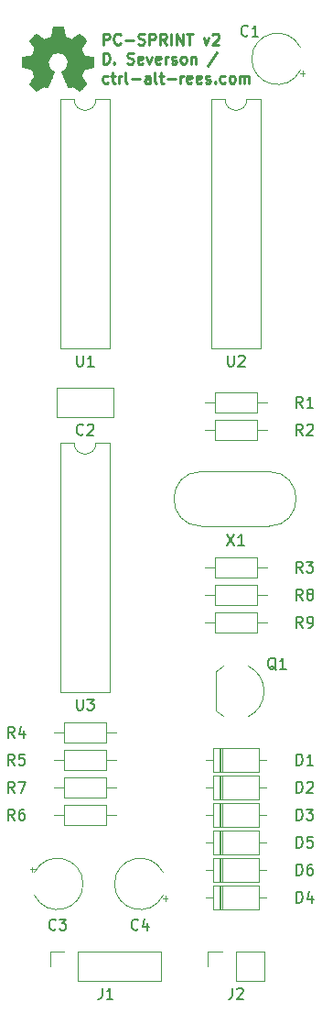
<source format=gbr>
G04 #@! TF.GenerationSoftware,KiCad,Pcbnew,(5.1.5)-3*
G04 #@! TF.CreationDate,2020-03-10T17:09:28+00:00*
G04 #@! TF.ProjectId,PC-SPRINT,50432d53-5052-4494-9e54-2e6b69636164,rev?*
G04 #@! TF.SameCoordinates,Original*
G04 #@! TF.FileFunction,Legend,Top*
G04 #@! TF.FilePolarity,Positive*
%FSLAX46Y46*%
G04 Gerber Fmt 4.6, Leading zero omitted, Abs format (unit mm)*
G04 Created by KiCad (PCBNEW (5.1.5)-3) date 2020-03-10 17:09:28*
%MOMM*%
%LPD*%
G04 APERTURE LIST*
%ADD10C,0.254000*%
%ADD11C,0.010000*%
%ADD12C,0.120000*%
%ADD13C,0.150000*%
G04 APERTURE END LIST*
D10*
X140107004Y-55831619D02*
X140107004Y-54815619D01*
X140494052Y-54815619D01*
X140590814Y-54864000D01*
X140639195Y-54912380D01*
X140687576Y-55009142D01*
X140687576Y-55154285D01*
X140639195Y-55251047D01*
X140590814Y-55299428D01*
X140494052Y-55347809D01*
X140107004Y-55347809D01*
X141703576Y-55734857D02*
X141655195Y-55783238D01*
X141510052Y-55831619D01*
X141413290Y-55831619D01*
X141268147Y-55783238D01*
X141171385Y-55686476D01*
X141123004Y-55589714D01*
X141074623Y-55396190D01*
X141074623Y-55251047D01*
X141123004Y-55057523D01*
X141171385Y-54960761D01*
X141268147Y-54864000D01*
X141413290Y-54815619D01*
X141510052Y-54815619D01*
X141655195Y-54864000D01*
X141703576Y-54912380D01*
X142139004Y-55444571D02*
X142913100Y-55444571D01*
X143348528Y-55783238D02*
X143493671Y-55831619D01*
X143735576Y-55831619D01*
X143832338Y-55783238D01*
X143880719Y-55734857D01*
X143929100Y-55638095D01*
X143929100Y-55541333D01*
X143880719Y-55444571D01*
X143832338Y-55396190D01*
X143735576Y-55347809D01*
X143542052Y-55299428D01*
X143445290Y-55251047D01*
X143396909Y-55202666D01*
X143348528Y-55105904D01*
X143348528Y-55009142D01*
X143396909Y-54912380D01*
X143445290Y-54864000D01*
X143542052Y-54815619D01*
X143783957Y-54815619D01*
X143929100Y-54864000D01*
X144364528Y-55831619D02*
X144364528Y-54815619D01*
X144751576Y-54815619D01*
X144848338Y-54864000D01*
X144896719Y-54912380D01*
X144945100Y-55009142D01*
X144945100Y-55154285D01*
X144896719Y-55251047D01*
X144848338Y-55299428D01*
X144751576Y-55347809D01*
X144364528Y-55347809D01*
X145961100Y-55831619D02*
X145622433Y-55347809D01*
X145380528Y-55831619D02*
X145380528Y-54815619D01*
X145767576Y-54815619D01*
X145864338Y-54864000D01*
X145912719Y-54912380D01*
X145961100Y-55009142D01*
X145961100Y-55154285D01*
X145912719Y-55251047D01*
X145864338Y-55299428D01*
X145767576Y-55347809D01*
X145380528Y-55347809D01*
X146396528Y-55831619D02*
X146396528Y-54815619D01*
X146880338Y-55831619D02*
X146880338Y-54815619D01*
X147460909Y-55831619D01*
X147460909Y-54815619D01*
X147799576Y-54815619D02*
X148380147Y-54815619D01*
X148089861Y-55831619D02*
X148089861Y-54815619D01*
X149396147Y-55154285D02*
X149638052Y-55831619D01*
X149879957Y-55154285D01*
X150218623Y-54912380D02*
X150267004Y-54864000D01*
X150363766Y-54815619D01*
X150605671Y-54815619D01*
X150702433Y-54864000D01*
X150750814Y-54912380D01*
X150799195Y-55009142D01*
X150799195Y-55105904D01*
X150750814Y-55251047D01*
X150170242Y-55831619D01*
X150799195Y-55831619D01*
X140107004Y-57609619D02*
X140107004Y-56593619D01*
X140348909Y-56593619D01*
X140494052Y-56642000D01*
X140590814Y-56738761D01*
X140639195Y-56835523D01*
X140687576Y-57029047D01*
X140687576Y-57174190D01*
X140639195Y-57367714D01*
X140590814Y-57464476D01*
X140494052Y-57561238D01*
X140348909Y-57609619D01*
X140107004Y-57609619D01*
X141123004Y-57512857D02*
X141171385Y-57561238D01*
X141123004Y-57609619D01*
X141074623Y-57561238D01*
X141123004Y-57512857D01*
X141123004Y-57609619D01*
X142332528Y-57561238D02*
X142477671Y-57609619D01*
X142719576Y-57609619D01*
X142816338Y-57561238D01*
X142864719Y-57512857D01*
X142913100Y-57416095D01*
X142913100Y-57319333D01*
X142864719Y-57222571D01*
X142816338Y-57174190D01*
X142719576Y-57125809D01*
X142526052Y-57077428D01*
X142429290Y-57029047D01*
X142380909Y-56980666D01*
X142332528Y-56883904D01*
X142332528Y-56787142D01*
X142380909Y-56690380D01*
X142429290Y-56642000D01*
X142526052Y-56593619D01*
X142767957Y-56593619D01*
X142913100Y-56642000D01*
X143735576Y-57561238D02*
X143638814Y-57609619D01*
X143445290Y-57609619D01*
X143348528Y-57561238D01*
X143300147Y-57464476D01*
X143300147Y-57077428D01*
X143348528Y-56980666D01*
X143445290Y-56932285D01*
X143638814Y-56932285D01*
X143735576Y-56980666D01*
X143783957Y-57077428D01*
X143783957Y-57174190D01*
X143300147Y-57270952D01*
X144122623Y-56932285D02*
X144364528Y-57609619D01*
X144606433Y-56932285D01*
X145380528Y-57561238D02*
X145283766Y-57609619D01*
X145090242Y-57609619D01*
X144993480Y-57561238D01*
X144945100Y-57464476D01*
X144945100Y-57077428D01*
X144993480Y-56980666D01*
X145090242Y-56932285D01*
X145283766Y-56932285D01*
X145380528Y-56980666D01*
X145428909Y-57077428D01*
X145428909Y-57174190D01*
X144945100Y-57270952D01*
X145864338Y-57609619D02*
X145864338Y-56932285D01*
X145864338Y-57125809D02*
X145912719Y-57029047D01*
X145961100Y-56980666D01*
X146057861Y-56932285D01*
X146154623Y-56932285D01*
X146444909Y-57561238D02*
X146541671Y-57609619D01*
X146735195Y-57609619D01*
X146831957Y-57561238D01*
X146880338Y-57464476D01*
X146880338Y-57416095D01*
X146831957Y-57319333D01*
X146735195Y-57270952D01*
X146590052Y-57270952D01*
X146493290Y-57222571D01*
X146444909Y-57125809D01*
X146444909Y-57077428D01*
X146493290Y-56980666D01*
X146590052Y-56932285D01*
X146735195Y-56932285D01*
X146831957Y-56980666D01*
X147460909Y-57609619D02*
X147364147Y-57561238D01*
X147315766Y-57512857D01*
X147267385Y-57416095D01*
X147267385Y-57125809D01*
X147315766Y-57029047D01*
X147364147Y-56980666D01*
X147460909Y-56932285D01*
X147606052Y-56932285D01*
X147702814Y-56980666D01*
X147751195Y-57029047D01*
X147799576Y-57125809D01*
X147799576Y-57416095D01*
X147751195Y-57512857D01*
X147702814Y-57561238D01*
X147606052Y-57609619D01*
X147460909Y-57609619D01*
X148235004Y-56932285D02*
X148235004Y-57609619D01*
X148235004Y-57029047D02*
X148283385Y-56980666D01*
X148380147Y-56932285D01*
X148525290Y-56932285D01*
X148622052Y-56980666D01*
X148670433Y-57077428D01*
X148670433Y-57609619D01*
X150654052Y-56545238D02*
X149783195Y-57851523D01*
X140542433Y-59339238D02*
X140445671Y-59387619D01*
X140252147Y-59387619D01*
X140155385Y-59339238D01*
X140107004Y-59290857D01*
X140058623Y-59194095D01*
X140058623Y-58903809D01*
X140107004Y-58807047D01*
X140155385Y-58758666D01*
X140252147Y-58710285D01*
X140445671Y-58710285D01*
X140542433Y-58758666D01*
X140832719Y-58710285D02*
X141219766Y-58710285D01*
X140977861Y-58371619D02*
X140977861Y-59242476D01*
X141026242Y-59339238D01*
X141123004Y-59387619D01*
X141219766Y-59387619D01*
X141558433Y-59387619D02*
X141558433Y-58710285D01*
X141558433Y-58903809D02*
X141606814Y-58807047D01*
X141655195Y-58758666D01*
X141751957Y-58710285D01*
X141848719Y-58710285D01*
X142332528Y-59387619D02*
X142235766Y-59339238D01*
X142187385Y-59242476D01*
X142187385Y-58371619D01*
X142719576Y-59000571D02*
X143493671Y-59000571D01*
X144412909Y-59387619D02*
X144412909Y-58855428D01*
X144364528Y-58758666D01*
X144267766Y-58710285D01*
X144074242Y-58710285D01*
X143977480Y-58758666D01*
X144412909Y-59339238D02*
X144316147Y-59387619D01*
X144074242Y-59387619D01*
X143977480Y-59339238D01*
X143929100Y-59242476D01*
X143929100Y-59145714D01*
X143977480Y-59048952D01*
X144074242Y-59000571D01*
X144316147Y-59000571D01*
X144412909Y-58952190D01*
X145041861Y-59387619D02*
X144945100Y-59339238D01*
X144896719Y-59242476D01*
X144896719Y-58371619D01*
X145283766Y-58710285D02*
X145670814Y-58710285D01*
X145428909Y-58371619D02*
X145428909Y-59242476D01*
X145477290Y-59339238D01*
X145574052Y-59387619D01*
X145670814Y-59387619D01*
X146009480Y-59000571D02*
X146783576Y-59000571D01*
X147267385Y-59387619D02*
X147267385Y-58710285D01*
X147267385Y-58903809D02*
X147315766Y-58807047D01*
X147364147Y-58758666D01*
X147460909Y-58710285D01*
X147557671Y-58710285D01*
X148283385Y-59339238D02*
X148186623Y-59387619D01*
X147993100Y-59387619D01*
X147896338Y-59339238D01*
X147847957Y-59242476D01*
X147847957Y-58855428D01*
X147896338Y-58758666D01*
X147993100Y-58710285D01*
X148186623Y-58710285D01*
X148283385Y-58758666D01*
X148331766Y-58855428D01*
X148331766Y-58952190D01*
X147847957Y-59048952D01*
X149154242Y-59339238D02*
X149057480Y-59387619D01*
X148863957Y-59387619D01*
X148767195Y-59339238D01*
X148718814Y-59242476D01*
X148718814Y-58855428D01*
X148767195Y-58758666D01*
X148863957Y-58710285D01*
X149057480Y-58710285D01*
X149154242Y-58758666D01*
X149202623Y-58855428D01*
X149202623Y-58952190D01*
X148718814Y-59048952D01*
X149589671Y-59339238D02*
X149686433Y-59387619D01*
X149879957Y-59387619D01*
X149976719Y-59339238D01*
X150025100Y-59242476D01*
X150025100Y-59194095D01*
X149976719Y-59097333D01*
X149879957Y-59048952D01*
X149734814Y-59048952D01*
X149638052Y-59000571D01*
X149589671Y-58903809D01*
X149589671Y-58855428D01*
X149638052Y-58758666D01*
X149734814Y-58710285D01*
X149879957Y-58710285D01*
X149976719Y-58758666D01*
X150460528Y-59290857D02*
X150508909Y-59339238D01*
X150460528Y-59387619D01*
X150412147Y-59339238D01*
X150460528Y-59290857D01*
X150460528Y-59387619D01*
X151379766Y-59339238D02*
X151283004Y-59387619D01*
X151089480Y-59387619D01*
X150992719Y-59339238D01*
X150944338Y-59290857D01*
X150895957Y-59194095D01*
X150895957Y-58903809D01*
X150944338Y-58807047D01*
X150992719Y-58758666D01*
X151089480Y-58710285D01*
X151283004Y-58710285D01*
X151379766Y-58758666D01*
X151960338Y-59387619D02*
X151863576Y-59339238D01*
X151815195Y-59290857D01*
X151766814Y-59194095D01*
X151766814Y-58903809D01*
X151815195Y-58807047D01*
X151863576Y-58758666D01*
X151960338Y-58710285D01*
X152105480Y-58710285D01*
X152202242Y-58758666D01*
X152250623Y-58807047D01*
X152299004Y-58903809D01*
X152299004Y-59194095D01*
X152250623Y-59290857D01*
X152202242Y-59339238D01*
X152105480Y-59387619D01*
X151960338Y-59387619D01*
X152734433Y-59387619D02*
X152734433Y-58710285D01*
X152734433Y-58807047D02*
X152782814Y-58758666D01*
X152879576Y-58710285D01*
X153024719Y-58710285D01*
X153121480Y-58758666D01*
X153169861Y-58855428D01*
X153169861Y-59387619D01*
X153169861Y-58855428D02*
X153218242Y-58758666D01*
X153315004Y-58710285D01*
X153460147Y-58710285D01*
X153556909Y-58758666D01*
X153605290Y-58855428D01*
X153605290Y-59387619D01*
D11*
G36*
X136445814Y-54618931D02*
G01*
X136529635Y-55063555D01*
X136838920Y-55191053D01*
X137148206Y-55318551D01*
X137519246Y-55066246D01*
X137623157Y-54995996D01*
X137717087Y-54933272D01*
X137796652Y-54880938D01*
X137857470Y-54841857D01*
X137895157Y-54818893D01*
X137905421Y-54813942D01*
X137923910Y-54826676D01*
X137963420Y-54861882D01*
X138019522Y-54915062D01*
X138087787Y-54981718D01*
X138163786Y-55057354D01*
X138243092Y-55137472D01*
X138321275Y-55217574D01*
X138393907Y-55293164D01*
X138456559Y-55359745D01*
X138504803Y-55412818D01*
X138534210Y-55447887D01*
X138541241Y-55459623D01*
X138531123Y-55481260D01*
X138502759Y-55528662D01*
X138459129Y-55597193D01*
X138403218Y-55682215D01*
X138338006Y-55779093D01*
X138300219Y-55834350D01*
X138231343Y-55935248D01*
X138170140Y-56026299D01*
X138119578Y-56102970D01*
X138082628Y-56160728D01*
X138062258Y-56195043D01*
X138059197Y-56202254D01*
X138066136Y-56222748D01*
X138085051Y-56270513D01*
X138113087Y-56338832D01*
X138147391Y-56420989D01*
X138185109Y-56510270D01*
X138223387Y-56599958D01*
X138259370Y-56683338D01*
X138290206Y-56753694D01*
X138313039Y-56804310D01*
X138325017Y-56828471D01*
X138325724Y-56829422D01*
X138344531Y-56834036D01*
X138394618Y-56844328D01*
X138470793Y-56859287D01*
X138567865Y-56877901D01*
X138680643Y-56899159D01*
X138746442Y-56911418D01*
X138866950Y-56934362D01*
X138975797Y-56956195D01*
X139067476Y-56975722D01*
X139136481Y-56991748D01*
X139177304Y-57003079D01*
X139185511Y-57006674D01*
X139193548Y-57031006D01*
X139200033Y-57085959D01*
X139204970Y-57165108D01*
X139208364Y-57262026D01*
X139210218Y-57370287D01*
X139210538Y-57483465D01*
X139209327Y-57595135D01*
X139206590Y-57698868D01*
X139202331Y-57788241D01*
X139196555Y-57856826D01*
X139189267Y-57898197D01*
X139184895Y-57906810D01*
X139158764Y-57917133D01*
X139103393Y-57931892D01*
X139026107Y-57949352D01*
X138934230Y-57967780D01*
X138902158Y-57973741D01*
X138747524Y-58002066D01*
X138625375Y-58024876D01*
X138531673Y-58043080D01*
X138462384Y-58057583D01*
X138413471Y-58069292D01*
X138380897Y-58079115D01*
X138360628Y-58087956D01*
X138348626Y-58096724D01*
X138346947Y-58098457D01*
X138330184Y-58126371D01*
X138304614Y-58180695D01*
X138272788Y-58254777D01*
X138237260Y-58341965D01*
X138200583Y-58435608D01*
X138165311Y-58529052D01*
X138133996Y-58615647D01*
X138109193Y-58688740D01*
X138093454Y-58741678D01*
X138089332Y-58767811D01*
X138089676Y-58768726D01*
X138103641Y-58790086D01*
X138135322Y-58837084D01*
X138181391Y-58904827D01*
X138238518Y-58988423D01*
X138303373Y-59082982D01*
X138321843Y-59109854D01*
X138387699Y-59207275D01*
X138445650Y-59296163D01*
X138492538Y-59371412D01*
X138525207Y-59427920D01*
X138540500Y-59460581D01*
X138541241Y-59464593D01*
X138528392Y-59485684D01*
X138492888Y-59527464D01*
X138439293Y-59585445D01*
X138372171Y-59655135D01*
X138296087Y-59732045D01*
X138215604Y-59811683D01*
X138135287Y-59889561D01*
X138059699Y-59961186D01*
X137993405Y-60022070D01*
X137940969Y-60067721D01*
X137906955Y-60093650D01*
X137897545Y-60097883D01*
X137875643Y-60087912D01*
X137830800Y-60061020D01*
X137770321Y-60021736D01*
X137723789Y-59990117D01*
X137639475Y-59932098D01*
X137539626Y-59863784D01*
X137439473Y-59795579D01*
X137385627Y-59759075D01*
X137203371Y-59635800D01*
X137050381Y-59718520D01*
X136980682Y-59754759D01*
X136921414Y-59782926D01*
X136881311Y-59798991D01*
X136871103Y-59801226D01*
X136858829Y-59784722D01*
X136834613Y-59738082D01*
X136800263Y-59665609D01*
X136757588Y-59571606D01*
X136708394Y-59460374D01*
X136654490Y-59336215D01*
X136597684Y-59203432D01*
X136539782Y-59066327D01*
X136482593Y-58929202D01*
X136427924Y-58796358D01*
X136377584Y-58672098D01*
X136333380Y-58560725D01*
X136297119Y-58466539D01*
X136270609Y-58393844D01*
X136255658Y-58346941D01*
X136253254Y-58330833D01*
X136272311Y-58310286D01*
X136314036Y-58276933D01*
X136369706Y-58237702D01*
X136374378Y-58234599D01*
X136518264Y-58119423D01*
X136634283Y-57985053D01*
X136721430Y-57835784D01*
X136778699Y-57675913D01*
X136805086Y-57509737D01*
X136799585Y-57341552D01*
X136761190Y-57175655D01*
X136688895Y-57016342D01*
X136667626Y-56981487D01*
X136556996Y-56840737D01*
X136426302Y-56727714D01*
X136280064Y-56643003D01*
X136122808Y-56587194D01*
X135959057Y-56560874D01*
X135793333Y-56564630D01*
X135630162Y-56599050D01*
X135474065Y-56664723D01*
X135329567Y-56762235D01*
X135284869Y-56801813D01*
X135171112Y-56925703D01*
X135088218Y-57056124D01*
X135031356Y-57202315D01*
X134999687Y-57347088D01*
X134991869Y-57509860D01*
X135017938Y-57673440D01*
X135075245Y-57832298D01*
X135161144Y-57980906D01*
X135272986Y-58113735D01*
X135408123Y-58225256D01*
X135425883Y-58237011D01*
X135482150Y-58275508D01*
X135524923Y-58308863D01*
X135545372Y-58330160D01*
X135545669Y-58330833D01*
X135541279Y-58353871D01*
X135523876Y-58406157D01*
X135495268Y-58483390D01*
X135457265Y-58581268D01*
X135411674Y-58695491D01*
X135360303Y-58821758D01*
X135304962Y-58955767D01*
X135247458Y-59093218D01*
X135189601Y-59229808D01*
X135133198Y-59361237D01*
X135080058Y-59483205D01*
X135031990Y-59591409D01*
X134990801Y-59681549D01*
X134958301Y-59749323D01*
X134936297Y-59790430D01*
X134927436Y-59801226D01*
X134900360Y-59792819D01*
X134849697Y-59770272D01*
X134784183Y-59737613D01*
X134748159Y-59718520D01*
X134595168Y-59635800D01*
X134412912Y-59759075D01*
X134319875Y-59822228D01*
X134218015Y-59891727D01*
X134122562Y-59957165D01*
X134074750Y-59990117D01*
X134007505Y-60035273D01*
X133950564Y-60071057D01*
X133911354Y-60092938D01*
X133898619Y-60097563D01*
X133880083Y-60085085D01*
X133839059Y-60050252D01*
X133779525Y-59996678D01*
X133705458Y-59927983D01*
X133620835Y-59847781D01*
X133567315Y-59796286D01*
X133473681Y-59704286D01*
X133392759Y-59621999D01*
X133327823Y-59552945D01*
X133282142Y-59500644D01*
X133258989Y-59468616D01*
X133256768Y-59462116D01*
X133267076Y-59437394D01*
X133295561Y-59387405D01*
X133339063Y-59317212D01*
X133394423Y-59231875D01*
X133458480Y-59136456D01*
X133476697Y-59109854D01*
X133543073Y-59013167D01*
X133602622Y-58926117D01*
X133652016Y-58853595D01*
X133687925Y-58800493D01*
X133707019Y-58771703D01*
X133708864Y-58768726D01*
X133706105Y-58745782D01*
X133691462Y-58695336D01*
X133667487Y-58624041D01*
X133636734Y-58538547D01*
X133601756Y-58445507D01*
X133565107Y-58351574D01*
X133529339Y-58263399D01*
X133497006Y-58187634D01*
X133470662Y-58130931D01*
X133452858Y-58099943D01*
X133451593Y-58098457D01*
X133440706Y-58089601D01*
X133422318Y-58080843D01*
X133392394Y-58071277D01*
X133346897Y-58059996D01*
X133281791Y-58046093D01*
X133193039Y-58028663D01*
X133076607Y-58006798D01*
X132928458Y-57979591D01*
X132896382Y-57973741D01*
X132801314Y-57955374D01*
X132718435Y-57937405D01*
X132655070Y-57921569D01*
X132618542Y-57909600D01*
X132613644Y-57906810D01*
X132605573Y-57882072D01*
X132599013Y-57826790D01*
X132593967Y-57747389D01*
X132590441Y-57650296D01*
X132588439Y-57541938D01*
X132587964Y-57428740D01*
X132589023Y-57317128D01*
X132591618Y-57213529D01*
X132595754Y-57124368D01*
X132601437Y-57056072D01*
X132608669Y-57015066D01*
X132613029Y-57006674D01*
X132637302Y-56998208D01*
X132692574Y-56984435D01*
X132773338Y-56966550D01*
X132874088Y-56945748D01*
X132989317Y-56923223D01*
X133052098Y-56911418D01*
X133171213Y-56889151D01*
X133277435Y-56868979D01*
X133365573Y-56851915D01*
X133430434Y-56838969D01*
X133466826Y-56831155D01*
X133472816Y-56829422D01*
X133482939Y-56809890D01*
X133504338Y-56762843D01*
X133534161Y-56695003D01*
X133569555Y-56613091D01*
X133607668Y-56523828D01*
X133645647Y-56433935D01*
X133680640Y-56350135D01*
X133709794Y-56279147D01*
X133730257Y-56227694D01*
X133739177Y-56202497D01*
X133739343Y-56201396D01*
X133729231Y-56181519D01*
X133700883Y-56135777D01*
X133657277Y-56068717D01*
X133601394Y-55984884D01*
X133536213Y-55888826D01*
X133498321Y-55833650D01*
X133429275Y-55732481D01*
X133367950Y-55640630D01*
X133317337Y-55562744D01*
X133280429Y-55503469D01*
X133260218Y-55467451D01*
X133257299Y-55459377D01*
X133269847Y-55440584D01*
X133304537Y-55400457D01*
X133356937Y-55343493D01*
X133422616Y-55274185D01*
X133497144Y-55197031D01*
X133576087Y-55116525D01*
X133655017Y-55037163D01*
X133729500Y-54963440D01*
X133795106Y-54899852D01*
X133847404Y-54850894D01*
X133881961Y-54821061D01*
X133893522Y-54813942D01*
X133912346Y-54823953D01*
X133957369Y-54852078D01*
X134024213Y-54895454D01*
X134108501Y-54951218D01*
X134205856Y-55016506D01*
X134279293Y-55066246D01*
X134650333Y-55318551D01*
X135268905Y-55063555D01*
X135352725Y-54618931D01*
X135436546Y-54174307D01*
X136361994Y-54174307D01*
X136445814Y-54618931D01*
G37*
X136445814Y-54618931D02*
X136529635Y-55063555D01*
X136838920Y-55191053D01*
X137148206Y-55318551D01*
X137519246Y-55066246D01*
X137623157Y-54995996D01*
X137717087Y-54933272D01*
X137796652Y-54880938D01*
X137857470Y-54841857D01*
X137895157Y-54818893D01*
X137905421Y-54813942D01*
X137923910Y-54826676D01*
X137963420Y-54861882D01*
X138019522Y-54915062D01*
X138087787Y-54981718D01*
X138163786Y-55057354D01*
X138243092Y-55137472D01*
X138321275Y-55217574D01*
X138393907Y-55293164D01*
X138456559Y-55359745D01*
X138504803Y-55412818D01*
X138534210Y-55447887D01*
X138541241Y-55459623D01*
X138531123Y-55481260D01*
X138502759Y-55528662D01*
X138459129Y-55597193D01*
X138403218Y-55682215D01*
X138338006Y-55779093D01*
X138300219Y-55834350D01*
X138231343Y-55935248D01*
X138170140Y-56026299D01*
X138119578Y-56102970D01*
X138082628Y-56160728D01*
X138062258Y-56195043D01*
X138059197Y-56202254D01*
X138066136Y-56222748D01*
X138085051Y-56270513D01*
X138113087Y-56338832D01*
X138147391Y-56420989D01*
X138185109Y-56510270D01*
X138223387Y-56599958D01*
X138259370Y-56683338D01*
X138290206Y-56753694D01*
X138313039Y-56804310D01*
X138325017Y-56828471D01*
X138325724Y-56829422D01*
X138344531Y-56834036D01*
X138394618Y-56844328D01*
X138470793Y-56859287D01*
X138567865Y-56877901D01*
X138680643Y-56899159D01*
X138746442Y-56911418D01*
X138866950Y-56934362D01*
X138975797Y-56956195D01*
X139067476Y-56975722D01*
X139136481Y-56991748D01*
X139177304Y-57003079D01*
X139185511Y-57006674D01*
X139193548Y-57031006D01*
X139200033Y-57085959D01*
X139204970Y-57165108D01*
X139208364Y-57262026D01*
X139210218Y-57370287D01*
X139210538Y-57483465D01*
X139209327Y-57595135D01*
X139206590Y-57698868D01*
X139202331Y-57788241D01*
X139196555Y-57856826D01*
X139189267Y-57898197D01*
X139184895Y-57906810D01*
X139158764Y-57917133D01*
X139103393Y-57931892D01*
X139026107Y-57949352D01*
X138934230Y-57967780D01*
X138902158Y-57973741D01*
X138747524Y-58002066D01*
X138625375Y-58024876D01*
X138531673Y-58043080D01*
X138462384Y-58057583D01*
X138413471Y-58069292D01*
X138380897Y-58079115D01*
X138360628Y-58087956D01*
X138348626Y-58096724D01*
X138346947Y-58098457D01*
X138330184Y-58126371D01*
X138304614Y-58180695D01*
X138272788Y-58254777D01*
X138237260Y-58341965D01*
X138200583Y-58435608D01*
X138165311Y-58529052D01*
X138133996Y-58615647D01*
X138109193Y-58688740D01*
X138093454Y-58741678D01*
X138089332Y-58767811D01*
X138089676Y-58768726D01*
X138103641Y-58790086D01*
X138135322Y-58837084D01*
X138181391Y-58904827D01*
X138238518Y-58988423D01*
X138303373Y-59082982D01*
X138321843Y-59109854D01*
X138387699Y-59207275D01*
X138445650Y-59296163D01*
X138492538Y-59371412D01*
X138525207Y-59427920D01*
X138540500Y-59460581D01*
X138541241Y-59464593D01*
X138528392Y-59485684D01*
X138492888Y-59527464D01*
X138439293Y-59585445D01*
X138372171Y-59655135D01*
X138296087Y-59732045D01*
X138215604Y-59811683D01*
X138135287Y-59889561D01*
X138059699Y-59961186D01*
X137993405Y-60022070D01*
X137940969Y-60067721D01*
X137906955Y-60093650D01*
X137897545Y-60097883D01*
X137875643Y-60087912D01*
X137830800Y-60061020D01*
X137770321Y-60021736D01*
X137723789Y-59990117D01*
X137639475Y-59932098D01*
X137539626Y-59863784D01*
X137439473Y-59795579D01*
X137385627Y-59759075D01*
X137203371Y-59635800D01*
X137050381Y-59718520D01*
X136980682Y-59754759D01*
X136921414Y-59782926D01*
X136881311Y-59798991D01*
X136871103Y-59801226D01*
X136858829Y-59784722D01*
X136834613Y-59738082D01*
X136800263Y-59665609D01*
X136757588Y-59571606D01*
X136708394Y-59460374D01*
X136654490Y-59336215D01*
X136597684Y-59203432D01*
X136539782Y-59066327D01*
X136482593Y-58929202D01*
X136427924Y-58796358D01*
X136377584Y-58672098D01*
X136333380Y-58560725D01*
X136297119Y-58466539D01*
X136270609Y-58393844D01*
X136255658Y-58346941D01*
X136253254Y-58330833D01*
X136272311Y-58310286D01*
X136314036Y-58276933D01*
X136369706Y-58237702D01*
X136374378Y-58234599D01*
X136518264Y-58119423D01*
X136634283Y-57985053D01*
X136721430Y-57835784D01*
X136778699Y-57675913D01*
X136805086Y-57509737D01*
X136799585Y-57341552D01*
X136761190Y-57175655D01*
X136688895Y-57016342D01*
X136667626Y-56981487D01*
X136556996Y-56840737D01*
X136426302Y-56727714D01*
X136280064Y-56643003D01*
X136122808Y-56587194D01*
X135959057Y-56560874D01*
X135793333Y-56564630D01*
X135630162Y-56599050D01*
X135474065Y-56664723D01*
X135329567Y-56762235D01*
X135284869Y-56801813D01*
X135171112Y-56925703D01*
X135088218Y-57056124D01*
X135031356Y-57202315D01*
X134999687Y-57347088D01*
X134991869Y-57509860D01*
X135017938Y-57673440D01*
X135075245Y-57832298D01*
X135161144Y-57980906D01*
X135272986Y-58113735D01*
X135408123Y-58225256D01*
X135425883Y-58237011D01*
X135482150Y-58275508D01*
X135524923Y-58308863D01*
X135545372Y-58330160D01*
X135545669Y-58330833D01*
X135541279Y-58353871D01*
X135523876Y-58406157D01*
X135495268Y-58483390D01*
X135457265Y-58581268D01*
X135411674Y-58695491D01*
X135360303Y-58821758D01*
X135304962Y-58955767D01*
X135247458Y-59093218D01*
X135189601Y-59229808D01*
X135133198Y-59361237D01*
X135080058Y-59483205D01*
X135031990Y-59591409D01*
X134990801Y-59681549D01*
X134958301Y-59749323D01*
X134936297Y-59790430D01*
X134927436Y-59801226D01*
X134900360Y-59792819D01*
X134849697Y-59770272D01*
X134784183Y-59737613D01*
X134748159Y-59718520D01*
X134595168Y-59635800D01*
X134412912Y-59759075D01*
X134319875Y-59822228D01*
X134218015Y-59891727D01*
X134122562Y-59957165D01*
X134074750Y-59990117D01*
X134007505Y-60035273D01*
X133950564Y-60071057D01*
X133911354Y-60092938D01*
X133898619Y-60097563D01*
X133880083Y-60085085D01*
X133839059Y-60050252D01*
X133779525Y-59996678D01*
X133705458Y-59927983D01*
X133620835Y-59847781D01*
X133567315Y-59796286D01*
X133473681Y-59704286D01*
X133392759Y-59621999D01*
X133327823Y-59552945D01*
X133282142Y-59500644D01*
X133258989Y-59468616D01*
X133256768Y-59462116D01*
X133267076Y-59437394D01*
X133295561Y-59387405D01*
X133339063Y-59317212D01*
X133394423Y-59231875D01*
X133458480Y-59136456D01*
X133476697Y-59109854D01*
X133543073Y-59013167D01*
X133602622Y-58926117D01*
X133652016Y-58853595D01*
X133687925Y-58800493D01*
X133707019Y-58771703D01*
X133708864Y-58768726D01*
X133706105Y-58745782D01*
X133691462Y-58695336D01*
X133667487Y-58624041D01*
X133636734Y-58538547D01*
X133601756Y-58445507D01*
X133565107Y-58351574D01*
X133529339Y-58263399D01*
X133497006Y-58187634D01*
X133470662Y-58130931D01*
X133452858Y-58099943D01*
X133451593Y-58098457D01*
X133440706Y-58089601D01*
X133422318Y-58080843D01*
X133392394Y-58071277D01*
X133346897Y-58059996D01*
X133281791Y-58046093D01*
X133193039Y-58028663D01*
X133076607Y-58006798D01*
X132928458Y-57979591D01*
X132896382Y-57973741D01*
X132801314Y-57955374D01*
X132718435Y-57937405D01*
X132655070Y-57921569D01*
X132618542Y-57909600D01*
X132613644Y-57906810D01*
X132605573Y-57882072D01*
X132599013Y-57826790D01*
X132593967Y-57747389D01*
X132590441Y-57650296D01*
X132588439Y-57541938D01*
X132587964Y-57428740D01*
X132589023Y-57317128D01*
X132591618Y-57213529D01*
X132595754Y-57124368D01*
X132601437Y-57056072D01*
X132608669Y-57015066D01*
X132613029Y-57006674D01*
X132637302Y-56998208D01*
X132692574Y-56984435D01*
X132773338Y-56966550D01*
X132874088Y-56945748D01*
X132989317Y-56923223D01*
X133052098Y-56911418D01*
X133171213Y-56889151D01*
X133277435Y-56868979D01*
X133365573Y-56851915D01*
X133430434Y-56838969D01*
X133466826Y-56831155D01*
X133472816Y-56829422D01*
X133482939Y-56809890D01*
X133504338Y-56762843D01*
X133534161Y-56695003D01*
X133569555Y-56613091D01*
X133607668Y-56523828D01*
X133645647Y-56433935D01*
X133680640Y-56350135D01*
X133709794Y-56279147D01*
X133730257Y-56227694D01*
X133739177Y-56202497D01*
X133739343Y-56201396D01*
X133729231Y-56181519D01*
X133700883Y-56135777D01*
X133657277Y-56068717D01*
X133601394Y-55984884D01*
X133536213Y-55888826D01*
X133498321Y-55833650D01*
X133429275Y-55732481D01*
X133367950Y-55640630D01*
X133317337Y-55562744D01*
X133280429Y-55503469D01*
X133260218Y-55467451D01*
X133257299Y-55459377D01*
X133269847Y-55440584D01*
X133304537Y-55400457D01*
X133356937Y-55343493D01*
X133422616Y-55274185D01*
X133497144Y-55197031D01*
X133576087Y-55116525D01*
X133655017Y-55037163D01*
X133729500Y-54963440D01*
X133795106Y-54899852D01*
X133847404Y-54850894D01*
X133881961Y-54821061D01*
X133893522Y-54813942D01*
X133912346Y-54823953D01*
X133957369Y-54852078D01*
X134024213Y-54895454D01*
X134108501Y-54951218D01*
X134205856Y-55016506D01*
X134279293Y-55066246D01*
X134650333Y-55318551D01*
X135268905Y-55063555D01*
X135352725Y-54618931D01*
X135436546Y-54174307D01*
X136361994Y-54174307D01*
X136445814Y-54618931D01*
D12*
X155435000Y-100315000D02*
G75*
G03X155435000Y-95265000I0J2525000D01*
G01*
X149185000Y-100315000D02*
G75*
G02X149185000Y-95265000I0J2525000D01*
G01*
X149185000Y-100315000D02*
X155435000Y-100315000D01*
X149185000Y-95265000D02*
X155435000Y-95265000D01*
X155270000Y-88900000D02*
X154320000Y-88900000D01*
X149530000Y-88900000D02*
X150480000Y-88900000D01*
X154320000Y-87980000D02*
X150480000Y-87980000D01*
X154320000Y-89820000D02*
X154320000Y-87980000D01*
X150480000Y-89820000D02*
X154320000Y-89820000D01*
X150480000Y-87980000D02*
X150480000Y-89820000D01*
X155270000Y-91440000D02*
X154320000Y-91440000D01*
X149530000Y-91440000D02*
X150480000Y-91440000D01*
X154320000Y-90520000D02*
X150480000Y-90520000D01*
X154320000Y-92360000D02*
X154320000Y-90520000D01*
X150480000Y-92360000D02*
X154320000Y-92360000D01*
X150480000Y-90520000D02*
X150480000Y-92360000D01*
X155270000Y-104140000D02*
X154320000Y-104140000D01*
X149530000Y-104140000D02*
X150480000Y-104140000D01*
X154320000Y-103220000D02*
X150480000Y-103220000D01*
X154320000Y-105060000D02*
X154320000Y-103220000D01*
X150480000Y-105060000D02*
X154320000Y-105060000D01*
X150480000Y-103220000D02*
X150480000Y-105060000D01*
X141300000Y-119380000D02*
X140350000Y-119380000D01*
X135560000Y-119380000D02*
X136510000Y-119380000D01*
X140350000Y-118460000D02*
X136510000Y-118460000D01*
X140350000Y-120300000D02*
X140350000Y-118460000D01*
X136510000Y-120300000D02*
X140350000Y-120300000D01*
X136510000Y-118460000D02*
X136510000Y-120300000D01*
X141300000Y-121920000D02*
X140350000Y-121920000D01*
X135560000Y-121920000D02*
X136510000Y-121920000D01*
X140350000Y-121000000D02*
X136510000Y-121000000D01*
X140350000Y-122840000D02*
X140350000Y-121000000D01*
X136510000Y-122840000D02*
X140350000Y-122840000D01*
X136510000Y-121000000D02*
X136510000Y-122840000D01*
X140680000Y-60900000D02*
X139430000Y-60900000D01*
X140680000Y-83880000D02*
X140680000Y-60900000D01*
X136180000Y-83880000D02*
X140680000Y-83880000D01*
X136180000Y-60900000D02*
X136180000Y-83880000D01*
X137430000Y-60900000D02*
X136180000Y-60900000D01*
X139430000Y-60900000D02*
G75*
G02X137430000Y-60900000I-1000000J0D01*
G01*
X154650000Y-60900000D02*
X153400000Y-60900000D01*
X154650000Y-83880000D02*
X154650000Y-60900000D01*
X150150000Y-83880000D02*
X154650000Y-83880000D01*
X150150000Y-60900000D02*
X150150000Y-83880000D01*
X151400000Y-60900000D02*
X150150000Y-60900000D01*
X153400000Y-60900000D02*
G75*
G02X151400000Y-60900000I-1000000J0D01*
G01*
X140680000Y-92650000D02*
X139430000Y-92650000D01*
X140680000Y-115630000D02*
X140680000Y-92650000D01*
X136180000Y-115630000D02*
X140680000Y-115630000D01*
X136180000Y-92650000D02*
X136180000Y-115630000D01*
X137430000Y-92650000D02*
X136180000Y-92650000D01*
X139430000Y-92650000D02*
G75*
G02X137430000Y-92650000I-1000000J0D01*
G01*
X135830000Y-90270000D02*
X135830000Y-87530000D01*
X141070000Y-90270000D02*
X141070000Y-87530000D01*
X141070000Y-87530000D02*
X135830000Y-87530000D01*
X141070000Y-90270000D02*
X135830000Y-90270000D01*
X155270000Y-109220000D02*
X154320000Y-109220000D01*
X149530000Y-109220000D02*
X150480000Y-109220000D01*
X154320000Y-108300000D02*
X150480000Y-108300000D01*
X154320000Y-110140000D02*
X154320000Y-108300000D01*
X150480000Y-110140000D02*
X154320000Y-110140000D01*
X150480000Y-108300000D02*
X150480000Y-110140000D01*
X155270000Y-106680000D02*
X154320000Y-106680000D01*
X149530000Y-106680000D02*
X150480000Y-106680000D01*
X154320000Y-105760000D02*
X150480000Y-105760000D01*
X154320000Y-107600000D02*
X154320000Y-105760000D01*
X150480000Y-107600000D02*
X154320000Y-107600000D01*
X150480000Y-105760000D02*
X150480000Y-107600000D01*
X141300000Y-124460000D02*
X140350000Y-124460000D01*
X135560000Y-124460000D02*
X136510000Y-124460000D01*
X140350000Y-123540000D02*
X136510000Y-123540000D01*
X140350000Y-125380000D02*
X140350000Y-123540000D01*
X136510000Y-125380000D02*
X140350000Y-125380000D01*
X136510000Y-123540000D02*
X136510000Y-125380000D01*
X141300000Y-127000000D02*
X140350000Y-127000000D01*
X135560000Y-127000000D02*
X136510000Y-127000000D01*
X140350000Y-126080000D02*
X136510000Y-126080000D01*
X140350000Y-127920000D02*
X140350000Y-126080000D01*
X136510000Y-127920000D02*
X140350000Y-127920000D01*
X136510000Y-126080000D02*
X136510000Y-127920000D01*
X135195000Y-140970000D02*
X135195000Y-139640000D01*
X135195000Y-139640000D02*
X136525000Y-139640000D01*
X137795000Y-139640000D02*
X145475000Y-139640000D01*
X145475000Y-142300000D02*
X145475000Y-139640000D01*
X137795000Y-142300000D02*
X145475000Y-142300000D01*
X137795000Y-142300000D02*
X137795000Y-139640000D01*
X133557712Y-131790000D02*
X133557712Y-132240000D01*
X133332712Y-132015000D02*
X133782712Y-132015000D01*
X133750260Y-134410000D02*
G75*
G03X133750259Y-132290000I2119740J1060000D01*
G01*
X158542288Y-58710000D02*
X158542288Y-58260000D01*
X158767288Y-58485000D02*
X158317288Y-58485000D01*
X158349740Y-56090000D02*
G75*
G03X158349741Y-58210000I-2119740J-1060000D01*
G01*
X145842288Y-134910000D02*
X145842288Y-134460000D01*
X146067288Y-134685000D02*
X145617288Y-134685000D01*
X145649740Y-132290000D02*
G75*
G03X145649741Y-134410000I-2119740J-1060000D01*
G01*
X150880000Y-120800000D02*
X150880000Y-123040000D01*
X151120000Y-120800000D02*
X151120000Y-123040000D01*
X151000000Y-120800000D02*
X151000000Y-123040000D01*
X155170000Y-121920000D02*
X154520000Y-121920000D01*
X149630000Y-121920000D02*
X150280000Y-121920000D01*
X154520000Y-120800000D02*
X150280000Y-120800000D01*
X154520000Y-123040000D02*
X154520000Y-120800000D01*
X150280000Y-123040000D02*
X154520000Y-123040000D01*
X150280000Y-120800000D02*
X150280000Y-123040000D01*
X150880000Y-123340000D02*
X150880000Y-125580000D01*
X151120000Y-123340000D02*
X151120000Y-125580000D01*
X151000000Y-123340000D02*
X151000000Y-125580000D01*
X155170000Y-124460000D02*
X154520000Y-124460000D01*
X149630000Y-124460000D02*
X150280000Y-124460000D01*
X154520000Y-123340000D02*
X150280000Y-123340000D01*
X154520000Y-125580000D02*
X154520000Y-123340000D01*
X150280000Y-125580000D02*
X154520000Y-125580000D01*
X150280000Y-123340000D02*
X150280000Y-125580000D01*
X151277205Y-117894184D02*
G75*
G02X150550000Y-117370000I1122795J2324184D01*
G01*
X153498807Y-117926400D02*
G75*
G03X155000000Y-115570000I-1098807J2356400D01*
G01*
X153498807Y-113213600D02*
G75*
G02X155000000Y-115570000I-1098807J-2356400D01*
G01*
X151277205Y-113245816D02*
G75*
G03X150550000Y-113770000I1122795J-2324184D01*
G01*
X150550000Y-113770000D02*
X150550000Y-117370000D01*
X149800000Y-140970000D02*
X149800000Y-139640000D01*
X149800000Y-139640000D02*
X151130000Y-139640000D01*
X152400000Y-139640000D02*
X155000000Y-139640000D01*
X155000000Y-142300000D02*
X155000000Y-139640000D01*
X152400000Y-142300000D02*
X155000000Y-142300000D01*
X152400000Y-142300000D02*
X152400000Y-139640000D01*
X150880000Y-130960000D02*
X150880000Y-133200000D01*
X151120000Y-130960000D02*
X151120000Y-133200000D01*
X151000000Y-130960000D02*
X151000000Y-133200000D01*
X155170000Y-132080000D02*
X154520000Y-132080000D01*
X149630000Y-132080000D02*
X150280000Y-132080000D01*
X154520000Y-130960000D02*
X150280000Y-130960000D01*
X154520000Y-133200000D02*
X154520000Y-130960000D01*
X150280000Y-133200000D02*
X154520000Y-133200000D01*
X150280000Y-130960000D02*
X150280000Y-133200000D01*
X150880000Y-128420000D02*
X150880000Y-130660000D01*
X151120000Y-128420000D02*
X151120000Y-130660000D01*
X151000000Y-128420000D02*
X151000000Y-130660000D01*
X155170000Y-129540000D02*
X154520000Y-129540000D01*
X149630000Y-129540000D02*
X150280000Y-129540000D01*
X154520000Y-128420000D02*
X150280000Y-128420000D01*
X154520000Y-130660000D02*
X154520000Y-128420000D01*
X150280000Y-130660000D02*
X154520000Y-130660000D01*
X150280000Y-128420000D02*
X150280000Y-130660000D01*
X150880000Y-133500000D02*
X150880000Y-135740000D01*
X151120000Y-133500000D02*
X151120000Y-135740000D01*
X151000000Y-133500000D02*
X151000000Y-135740000D01*
X155170000Y-134620000D02*
X154520000Y-134620000D01*
X149630000Y-134620000D02*
X150280000Y-134620000D01*
X154520000Y-133500000D02*
X150280000Y-133500000D01*
X154520000Y-135740000D02*
X154520000Y-133500000D01*
X150280000Y-135740000D02*
X154520000Y-135740000D01*
X150280000Y-133500000D02*
X150280000Y-135740000D01*
X150880000Y-125880000D02*
X150880000Y-128120000D01*
X151120000Y-125880000D02*
X151120000Y-128120000D01*
X151000000Y-125880000D02*
X151000000Y-128120000D01*
X155170000Y-127000000D02*
X154520000Y-127000000D01*
X149630000Y-127000000D02*
X150280000Y-127000000D01*
X154520000Y-125880000D02*
X150280000Y-125880000D01*
X154520000Y-128120000D02*
X154520000Y-125880000D01*
X150280000Y-128120000D02*
X154520000Y-128120000D01*
X150280000Y-125880000D02*
X150280000Y-128120000D01*
D13*
X151590476Y-101052380D02*
X152257142Y-102052380D01*
X152257142Y-101052380D02*
X151590476Y-102052380D01*
X153161904Y-102052380D02*
X152590476Y-102052380D01*
X152876190Y-102052380D02*
X152876190Y-101052380D01*
X152780952Y-101195238D01*
X152685714Y-101290476D01*
X152590476Y-101338095D01*
X158583333Y-89352380D02*
X158250000Y-88876190D01*
X158011904Y-89352380D02*
X158011904Y-88352380D01*
X158392857Y-88352380D01*
X158488095Y-88400000D01*
X158535714Y-88447619D01*
X158583333Y-88542857D01*
X158583333Y-88685714D01*
X158535714Y-88780952D01*
X158488095Y-88828571D01*
X158392857Y-88876190D01*
X158011904Y-88876190D01*
X159535714Y-89352380D02*
X158964285Y-89352380D01*
X159250000Y-89352380D02*
X159250000Y-88352380D01*
X159154761Y-88495238D01*
X159059523Y-88590476D01*
X158964285Y-88638095D01*
X158583333Y-91892380D02*
X158250000Y-91416190D01*
X158011904Y-91892380D02*
X158011904Y-90892380D01*
X158392857Y-90892380D01*
X158488095Y-90940000D01*
X158535714Y-90987619D01*
X158583333Y-91082857D01*
X158583333Y-91225714D01*
X158535714Y-91320952D01*
X158488095Y-91368571D01*
X158392857Y-91416190D01*
X158011904Y-91416190D01*
X158964285Y-90987619D02*
X159011904Y-90940000D01*
X159107142Y-90892380D01*
X159345238Y-90892380D01*
X159440476Y-90940000D01*
X159488095Y-90987619D01*
X159535714Y-91082857D01*
X159535714Y-91178095D01*
X159488095Y-91320952D01*
X158916666Y-91892380D01*
X159535714Y-91892380D01*
X158583333Y-104592380D02*
X158250000Y-104116190D01*
X158011904Y-104592380D02*
X158011904Y-103592380D01*
X158392857Y-103592380D01*
X158488095Y-103640000D01*
X158535714Y-103687619D01*
X158583333Y-103782857D01*
X158583333Y-103925714D01*
X158535714Y-104020952D01*
X158488095Y-104068571D01*
X158392857Y-104116190D01*
X158011904Y-104116190D01*
X158916666Y-103592380D02*
X159535714Y-103592380D01*
X159202380Y-103973333D01*
X159345238Y-103973333D01*
X159440476Y-104020952D01*
X159488095Y-104068571D01*
X159535714Y-104163809D01*
X159535714Y-104401904D01*
X159488095Y-104497142D01*
X159440476Y-104544761D01*
X159345238Y-104592380D01*
X159059523Y-104592380D01*
X158964285Y-104544761D01*
X158916666Y-104497142D01*
X131913333Y-119832380D02*
X131580000Y-119356190D01*
X131341904Y-119832380D02*
X131341904Y-118832380D01*
X131722857Y-118832380D01*
X131818095Y-118880000D01*
X131865714Y-118927619D01*
X131913333Y-119022857D01*
X131913333Y-119165714D01*
X131865714Y-119260952D01*
X131818095Y-119308571D01*
X131722857Y-119356190D01*
X131341904Y-119356190D01*
X132770476Y-119165714D02*
X132770476Y-119832380D01*
X132532380Y-118784761D02*
X132294285Y-119499047D01*
X132913333Y-119499047D01*
X131913333Y-122372380D02*
X131580000Y-121896190D01*
X131341904Y-122372380D02*
X131341904Y-121372380D01*
X131722857Y-121372380D01*
X131818095Y-121420000D01*
X131865714Y-121467619D01*
X131913333Y-121562857D01*
X131913333Y-121705714D01*
X131865714Y-121800952D01*
X131818095Y-121848571D01*
X131722857Y-121896190D01*
X131341904Y-121896190D01*
X132818095Y-121372380D02*
X132341904Y-121372380D01*
X132294285Y-121848571D01*
X132341904Y-121800952D01*
X132437142Y-121753333D01*
X132675238Y-121753333D01*
X132770476Y-121800952D01*
X132818095Y-121848571D01*
X132865714Y-121943809D01*
X132865714Y-122181904D01*
X132818095Y-122277142D01*
X132770476Y-122324761D01*
X132675238Y-122372380D01*
X132437142Y-122372380D01*
X132341904Y-122324761D01*
X132294285Y-122277142D01*
X137668095Y-84542380D02*
X137668095Y-85351904D01*
X137715714Y-85447142D01*
X137763333Y-85494761D01*
X137858571Y-85542380D01*
X138049047Y-85542380D01*
X138144285Y-85494761D01*
X138191904Y-85447142D01*
X138239523Y-85351904D01*
X138239523Y-84542380D01*
X139239523Y-85542380D02*
X138668095Y-85542380D01*
X138953809Y-85542380D02*
X138953809Y-84542380D01*
X138858571Y-84685238D01*
X138763333Y-84780476D01*
X138668095Y-84828095D01*
X151638095Y-84542380D02*
X151638095Y-85351904D01*
X151685714Y-85447142D01*
X151733333Y-85494761D01*
X151828571Y-85542380D01*
X152019047Y-85542380D01*
X152114285Y-85494761D01*
X152161904Y-85447142D01*
X152209523Y-85351904D01*
X152209523Y-84542380D01*
X152638095Y-84637619D02*
X152685714Y-84590000D01*
X152780952Y-84542380D01*
X153019047Y-84542380D01*
X153114285Y-84590000D01*
X153161904Y-84637619D01*
X153209523Y-84732857D01*
X153209523Y-84828095D01*
X153161904Y-84970952D01*
X152590476Y-85542380D01*
X153209523Y-85542380D01*
X137668095Y-116292380D02*
X137668095Y-117101904D01*
X137715714Y-117197142D01*
X137763333Y-117244761D01*
X137858571Y-117292380D01*
X138049047Y-117292380D01*
X138144285Y-117244761D01*
X138191904Y-117197142D01*
X138239523Y-117101904D01*
X138239523Y-116292380D01*
X138620476Y-116292380D02*
X139239523Y-116292380D01*
X138906190Y-116673333D01*
X139049047Y-116673333D01*
X139144285Y-116720952D01*
X139191904Y-116768571D01*
X139239523Y-116863809D01*
X139239523Y-117101904D01*
X139191904Y-117197142D01*
X139144285Y-117244761D01*
X139049047Y-117292380D01*
X138763333Y-117292380D01*
X138668095Y-117244761D01*
X138620476Y-117197142D01*
X138263333Y-91797142D02*
X138215714Y-91844761D01*
X138072857Y-91892380D01*
X137977619Y-91892380D01*
X137834761Y-91844761D01*
X137739523Y-91749523D01*
X137691904Y-91654285D01*
X137644285Y-91463809D01*
X137644285Y-91320952D01*
X137691904Y-91130476D01*
X137739523Y-91035238D01*
X137834761Y-90940000D01*
X137977619Y-90892380D01*
X138072857Y-90892380D01*
X138215714Y-90940000D01*
X138263333Y-90987619D01*
X138644285Y-90987619D02*
X138691904Y-90940000D01*
X138787142Y-90892380D01*
X139025238Y-90892380D01*
X139120476Y-90940000D01*
X139168095Y-90987619D01*
X139215714Y-91082857D01*
X139215714Y-91178095D01*
X139168095Y-91320952D01*
X138596666Y-91892380D01*
X139215714Y-91892380D01*
X158583333Y-109672380D02*
X158250000Y-109196190D01*
X158011904Y-109672380D02*
X158011904Y-108672380D01*
X158392857Y-108672380D01*
X158488095Y-108720000D01*
X158535714Y-108767619D01*
X158583333Y-108862857D01*
X158583333Y-109005714D01*
X158535714Y-109100952D01*
X158488095Y-109148571D01*
X158392857Y-109196190D01*
X158011904Y-109196190D01*
X159059523Y-109672380D02*
X159250000Y-109672380D01*
X159345238Y-109624761D01*
X159392857Y-109577142D01*
X159488095Y-109434285D01*
X159535714Y-109243809D01*
X159535714Y-108862857D01*
X159488095Y-108767619D01*
X159440476Y-108720000D01*
X159345238Y-108672380D01*
X159154761Y-108672380D01*
X159059523Y-108720000D01*
X159011904Y-108767619D01*
X158964285Y-108862857D01*
X158964285Y-109100952D01*
X159011904Y-109196190D01*
X159059523Y-109243809D01*
X159154761Y-109291428D01*
X159345238Y-109291428D01*
X159440476Y-109243809D01*
X159488095Y-109196190D01*
X159535714Y-109100952D01*
X158583333Y-107132380D02*
X158250000Y-106656190D01*
X158011904Y-107132380D02*
X158011904Y-106132380D01*
X158392857Y-106132380D01*
X158488095Y-106180000D01*
X158535714Y-106227619D01*
X158583333Y-106322857D01*
X158583333Y-106465714D01*
X158535714Y-106560952D01*
X158488095Y-106608571D01*
X158392857Y-106656190D01*
X158011904Y-106656190D01*
X159154761Y-106560952D02*
X159059523Y-106513333D01*
X159011904Y-106465714D01*
X158964285Y-106370476D01*
X158964285Y-106322857D01*
X159011904Y-106227619D01*
X159059523Y-106180000D01*
X159154761Y-106132380D01*
X159345238Y-106132380D01*
X159440476Y-106180000D01*
X159488095Y-106227619D01*
X159535714Y-106322857D01*
X159535714Y-106370476D01*
X159488095Y-106465714D01*
X159440476Y-106513333D01*
X159345238Y-106560952D01*
X159154761Y-106560952D01*
X159059523Y-106608571D01*
X159011904Y-106656190D01*
X158964285Y-106751428D01*
X158964285Y-106941904D01*
X159011904Y-107037142D01*
X159059523Y-107084761D01*
X159154761Y-107132380D01*
X159345238Y-107132380D01*
X159440476Y-107084761D01*
X159488095Y-107037142D01*
X159535714Y-106941904D01*
X159535714Y-106751428D01*
X159488095Y-106656190D01*
X159440476Y-106608571D01*
X159345238Y-106560952D01*
X131913333Y-124912380D02*
X131580000Y-124436190D01*
X131341904Y-124912380D02*
X131341904Y-123912380D01*
X131722857Y-123912380D01*
X131818095Y-123960000D01*
X131865714Y-124007619D01*
X131913333Y-124102857D01*
X131913333Y-124245714D01*
X131865714Y-124340952D01*
X131818095Y-124388571D01*
X131722857Y-124436190D01*
X131341904Y-124436190D01*
X132246666Y-123912380D02*
X132913333Y-123912380D01*
X132484761Y-124912380D01*
X131913333Y-127452380D02*
X131580000Y-126976190D01*
X131341904Y-127452380D02*
X131341904Y-126452380D01*
X131722857Y-126452380D01*
X131818095Y-126500000D01*
X131865714Y-126547619D01*
X131913333Y-126642857D01*
X131913333Y-126785714D01*
X131865714Y-126880952D01*
X131818095Y-126928571D01*
X131722857Y-126976190D01*
X131341904Y-126976190D01*
X132770476Y-126452380D02*
X132580000Y-126452380D01*
X132484761Y-126500000D01*
X132437142Y-126547619D01*
X132341904Y-126690476D01*
X132294285Y-126880952D01*
X132294285Y-127261904D01*
X132341904Y-127357142D01*
X132389523Y-127404761D01*
X132484761Y-127452380D01*
X132675238Y-127452380D01*
X132770476Y-127404761D01*
X132818095Y-127357142D01*
X132865714Y-127261904D01*
X132865714Y-127023809D01*
X132818095Y-126928571D01*
X132770476Y-126880952D01*
X132675238Y-126833333D01*
X132484761Y-126833333D01*
X132389523Y-126880952D01*
X132341904Y-126928571D01*
X132294285Y-127023809D01*
X140001666Y-142962380D02*
X140001666Y-143676666D01*
X139954047Y-143819523D01*
X139858809Y-143914761D01*
X139715952Y-143962380D01*
X139620714Y-143962380D01*
X141001666Y-143962380D02*
X140430238Y-143962380D01*
X140715952Y-143962380D02*
X140715952Y-142962380D01*
X140620714Y-143105238D01*
X140525476Y-143200476D01*
X140430238Y-143248095D01*
X135723333Y-137517142D02*
X135675714Y-137564761D01*
X135532857Y-137612380D01*
X135437619Y-137612380D01*
X135294761Y-137564761D01*
X135199523Y-137469523D01*
X135151904Y-137374285D01*
X135104285Y-137183809D01*
X135104285Y-137040952D01*
X135151904Y-136850476D01*
X135199523Y-136755238D01*
X135294761Y-136660000D01*
X135437619Y-136612380D01*
X135532857Y-136612380D01*
X135675714Y-136660000D01*
X135723333Y-136707619D01*
X136056666Y-136612380D02*
X136675714Y-136612380D01*
X136342380Y-136993333D01*
X136485238Y-136993333D01*
X136580476Y-137040952D01*
X136628095Y-137088571D01*
X136675714Y-137183809D01*
X136675714Y-137421904D01*
X136628095Y-137517142D01*
X136580476Y-137564761D01*
X136485238Y-137612380D01*
X136199523Y-137612380D01*
X136104285Y-137564761D01*
X136056666Y-137517142D01*
X153503333Y-54967142D02*
X153455714Y-55014761D01*
X153312857Y-55062380D01*
X153217619Y-55062380D01*
X153074761Y-55014761D01*
X152979523Y-54919523D01*
X152931904Y-54824285D01*
X152884285Y-54633809D01*
X152884285Y-54490952D01*
X152931904Y-54300476D01*
X152979523Y-54205238D01*
X153074761Y-54110000D01*
X153217619Y-54062380D01*
X153312857Y-54062380D01*
X153455714Y-54110000D01*
X153503333Y-54157619D01*
X154455714Y-55062380D02*
X153884285Y-55062380D01*
X154170000Y-55062380D02*
X154170000Y-54062380D01*
X154074761Y-54205238D01*
X153979523Y-54300476D01*
X153884285Y-54348095D01*
X143343333Y-137517142D02*
X143295714Y-137564761D01*
X143152857Y-137612380D01*
X143057619Y-137612380D01*
X142914761Y-137564761D01*
X142819523Y-137469523D01*
X142771904Y-137374285D01*
X142724285Y-137183809D01*
X142724285Y-137040952D01*
X142771904Y-136850476D01*
X142819523Y-136755238D01*
X142914761Y-136660000D01*
X143057619Y-136612380D01*
X143152857Y-136612380D01*
X143295714Y-136660000D01*
X143343333Y-136707619D01*
X144200476Y-136945714D02*
X144200476Y-137612380D01*
X143962380Y-136564761D02*
X143724285Y-137279047D01*
X144343333Y-137279047D01*
X158011904Y-122372380D02*
X158011904Y-121372380D01*
X158250000Y-121372380D01*
X158392857Y-121420000D01*
X158488095Y-121515238D01*
X158535714Y-121610476D01*
X158583333Y-121800952D01*
X158583333Y-121943809D01*
X158535714Y-122134285D01*
X158488095Y-122229523D01*
X158392857Y-122324761D01*
X158250000Y-122372380D01*
X158011904Y-122372380D01*
X159535714Y-122372380D02*
X158964285Y-122372380D01*
X159250000Y-122372380D02*
X159250000Y-121372380D01*
X159154761Y-121515238D01*
X159059523Y-121610476D01*
X158964285Y-121658095D01*
X158011904Y-124912380D02*
X158011904Y-123912380D01*
X158250000Y-123912380D01*
X158392857Y-123960000D01*
X158488095Y-124055238D01*
X158535714Y-124150476D01*
X158583333Y-124340952D01*
X158583333Y-124483809D01*
X158535714Y-124674285D01*
X158488095Y-124769523D01*
X158392857Y-124864761D01*
X158250000Y-124912380D01*
X158011904Y-124912380D01*
X158964285Y-124007619D02*
X159011904Y-123960000D01*
X159107142Y-123912380D01*
X159345238Y-123912380D01*
X159440476Y-123960000D01*
X159488095Y-124007619D01*
X159535714Y-124102857D01*
X159535714Y-124198095D01*
X159488095Y-124340952D01*
X158916666Y-124912380D01*
X159535714Y-124912380D01*
X156114761Y-113577619D02*
X156019523Y-113530000D01*
X155924285Y-113434761D01*
X155781428Y-113291904D01*
X155686190Y-113244285D01*
X155590952Y-113244285D01*
X155638571Y-113482380D02*
X155543333Y-113434761D01*
X155448095Y-113339523D01*
X155400476Y-113149047D01*
X155400476Y-112815714D01*
X155448095Y-112625238D01*
X155543333Y-112530000D01*
X155638571Y-112482380D01*
X155829047Y-112482380D01*
X155924285Y-112530000D01*
X156019523Y-112625238D01*
X156067142Y-112815714D01*
X156067142Y-113149047D01*
X156019523Y-113339523D01*
X155924285Y-113434761D01*
X155829047Y-113482380D01*
X155638571Y-113482380D01*
X157019523Y-113482380D02*
X156448095Y-113482380D01*
X156733809Y-113482380D02*
X156733809Y-112482380D01*
X156638571Y-112625238D01*
X156543333Y-112720476D01*
X156448095Y-112768095D01*
X152066666Y-142962380D02*
X152066666Y-143676666D01*
X152019047Y-143819523D01*
X151923809Y-143914761D01*
X151780952Y-143962380D01*
X151685714Y-143962380D01*
X152495238Y-143057619D02*
X152542857Y-143010000D01*
X152638095Y-142962380D01*
X152876190Y-142962380D01*
X152971428Y-143010000D01*
X153019047Y-143057619D01*
X153066666Y-143152857D01*
X153066666Y-143248095D01*
X153019047Y-143390952D01*
X152447619Y-143962380D01*
X153066666Y-143962380D01*
X158011904Y-132532380D02*
X158011904Y-131532380D01*
X158250000Y-131532380D01*
X158392857Y-131580000D01*
X158488095Y-131675238D01*
X158535714Y-131770476D01*
X158583333Y-131960952D01*
X158583333Y-132103809D01*
X158535714Y-132294285D01*
X158488095Y-132389523D01*
X158392857Y-132484761D01*
X158250000Y-132532380D01*
X158011904Y-132532380D01*
X159440476Y-131532380D02*
X159250000Y-131532380D01*
X159154761Y-131580000D01*
X159107142Y-131627619D01*
X159011904Y-131770476D01*
X158964285Y-131960952D01*
X158964285Y-132341904D01*
X159011904Y-132437142D01*
X159059523Y-132484761D01*
X159154761Y-132532380D01*
X159345238Y-132532380D01*
X159440476Y-132484761D01*
X159488095Y-132437142D01*
X159535714Y-132341904D01*
X159535714Y-132103809D01*
X159488095Y-132008571D01*
X159440476Y-131960952D01*
X159345238Y-131913333D01*
X159154761Y-131913333D01*
X159059523Y-131960952D01*
X159011904Y-132008571D01*
X158964285Y-132103809D01*
X158011904Y-129992380D02*
X158011904Y-128992380D01*
X158250000Y-128992380D01*
X158392857Y-129040000D01*
X158488095Y-129135238D01*
X158535714Y-129230476D01*
X158583333Y-129420952D01*
X158583333Y-129563809D01*
X158535714Y-129754285D01*
X158488095Y-129849523D01*
X158392857Y-129944761D01*
X158250000Y-129992380D01*
X158011904Y-129992380D01*
X159488095Y-128992380D02*
X159011904Y-128992380D01*
X158964285Y-129468571D01*
X159011904Y-129420952D01*
X159107142Y-129373333D01*
X159345238Y-129373333D01*
X159440476Y-129420952D01*
X159488095Y-129468571D01*
X159535714Y-129563809D01*
X159535714Y-129801904D01*
X159488095Y-129897142D01*
X159440476Y-129944761D01*
X159345238Y-129992380D01*
X159107142Y-129992380D01*
X159011904Y-129944761D01*
X158964285Y-129897142D01*
X158011904Y-135072380D02*
X158011904Y-134072380D01*
X158250000Y-134072380D01*
X158392857Y-134120000D01*
X158488095Y-134215238D01*
X158535714Y-134310476D01*
X158583333Y-134500952D01*
X158583333Y-134643809D01*
X158535714Y-134834285D01*
X158488095Y-134929523D01*
X158392857Y-135024761D01*
X158250000Y-135072380D01*
X158011904Y-135072380D01*
X159440476Y-134405714D02*
X159440476Y-135072380D01*
X159202380Y-134024761D02*
X158964285Y-134739047D01*
X159583333Y-134739047D01*
X158011904Y-127452380D02*
X158011904Y-126452380D01*
X158250000Y-126452380D01*
X158392857Y-126500000D01*
X158488095Y-126595238D01*
X158535714Y-126690476D01*
X158583333Y-126880952D01*
X158583333Y-127023809D01*
X158535714Y-127214285D01*
X158488095Y-127309523D01*
X158392857Y-127404761D01*
X158250000Y-127452380D01*
X158011904Y-127452380D01*
X158916666Y-126452380D02*
X159535714Y-126452380D01*
X159202380Y-126833333D01*
X159345238Y-126833333D01*
X159440476Y-126880952D01*
X159488095Y-126928571D01*
X159535714Y-127023809D01*
X159535714Y-127261904D01*
X159488095Y-127357142D01*
X159440476Y-127404761D01*
X159345238Y-127452380D01*
X159059523Y-127452380D01*
X158964285Y-127404761D01*
X158916666Y-127357142D01*
M02*

</source>
